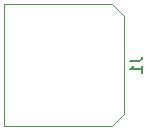
<source format=gbr>
%TF.GenerationSoftware,KiCad,Pcbnew,8.0.5-dirty*%
%TF.CreationDate,2024-10-04T17:55:26+02:00*%
%TF.ProjectId,bottom,626f7474-6f6d-42e6-9b69-6361645f7063,rev?*%
%TF.SameCoordinates,Original*%
%TF.FileFunction,Legend,Bot*%
%TF.FilePolarity,Positive*%
%FSLAX46Y46*%
G04 Gerber Fmt 4.6, Leading zero omitted, Abs format (unit mm)*
G04 Created by KiCad (PCBNEW 8.0.5-dirty) date 2024-10-04 17:55:26*
%MOMM*%
%LPD*%
G01*
G04 APERTURE LIST*
%ADD10C,0.150000*%
%ADD11C,0.120000*%
G04 APERTURE END LIST*
D10*
X245954819Y-33166666D02*
X246669104Y-33166666D01*
X246669104Y-33166666D02*
X246811961Y-33119047D01*
X246811961Y-33119047D02*
X246907200Y-33023809D01*
X246907200Y-33023809D02*
X246954819Y-32880952D01*
X246954819Y-32880952D02*
X246954819Y-32785714D01*
X246954819Y-34166666D02*
X246954819Y-33595238D01*
X246954819Y-33880952D02*
X245954819Y-33880952D01*
X245954819Y-33880952D02*
X246097676Y-33785714D01*
X246097676Y-33785714D02*
X246192914Y-33690476D01*
X246192914Y-33690476D02*
X246240533Y-33595238D01*
D11*
%TO.C,J1*%
X245410000Y-37685000D02*
X244410000Y-38685000D01*
X244410000Y-38685000D02*
X235280000Y-38685000D01*
X245410000Y-29315000D02*
X245410000Y-37685000D01*
X244410000Y-28315000D02*
X245410000Y-29315000D01*
X235280000Y-28315000D02*
X244410000Y-28315000D01*
X235280000Y-38685000D02*
X235280000Y-28315000D01*
%TD*%
M02*

</source>
